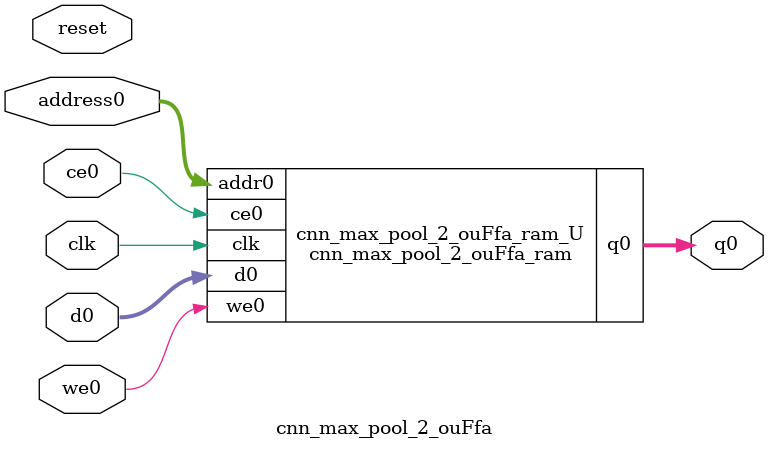
<source format=v>
`timescale 1 ns / 1 ps
module cnn_max_pool_2_ouFfa_ram (addr0, ce0, d0, we0, q0,  clk);

parameter DWIDTH = 14;
parameter AWIDTH = 9;
parameter MEM_SIZE = 400;

input[AWIDTH-1:0] addr0;
input ce0;
input[DWIDTH-1:0] d0;
input we0;
output reg[DWIDTH-1:0] q0;
input clk;

(* ram_style = "block" *)reg [DWIDTH-1:0] ram[0:MEM_SIZE-1];




always @(posedge clk)  
begin 
    if (ce0) 
    begin
        if (we0) 
        begin 
            ram[addr0] <= d0; 
        end 
        q0 <= ram[addr0];
    end
end


endmodule

`timescale 1 ns / 1 ps
module cnn_max_pool_2_ouFfa(
    reset,
    clk,
    address0,
    ce0,
    we0,
    d0,
    q0);

parameter DataWidth = 32'd14;
parameter AddressRange = 32'd400;
parameter AddressWidth = 32'd9;
input reset;
input clk;
input[AddressWidth - 1:0] address0;
input ce0;
input we0;
input[DataWidth - 1:0] d0;
output[DataWidth - 1:0] q0;



cnn_max_pool_2_ouFfa_ram cnn_max_pool_2_ouFfa_ram_U(
    .clk( clk ),
    .addr0( address0 ),
    .ce0( ce0 ),
    .we0( we0 ),
    .d0( d0 ),
    .q0( q0 ));

endmodule


</source>
